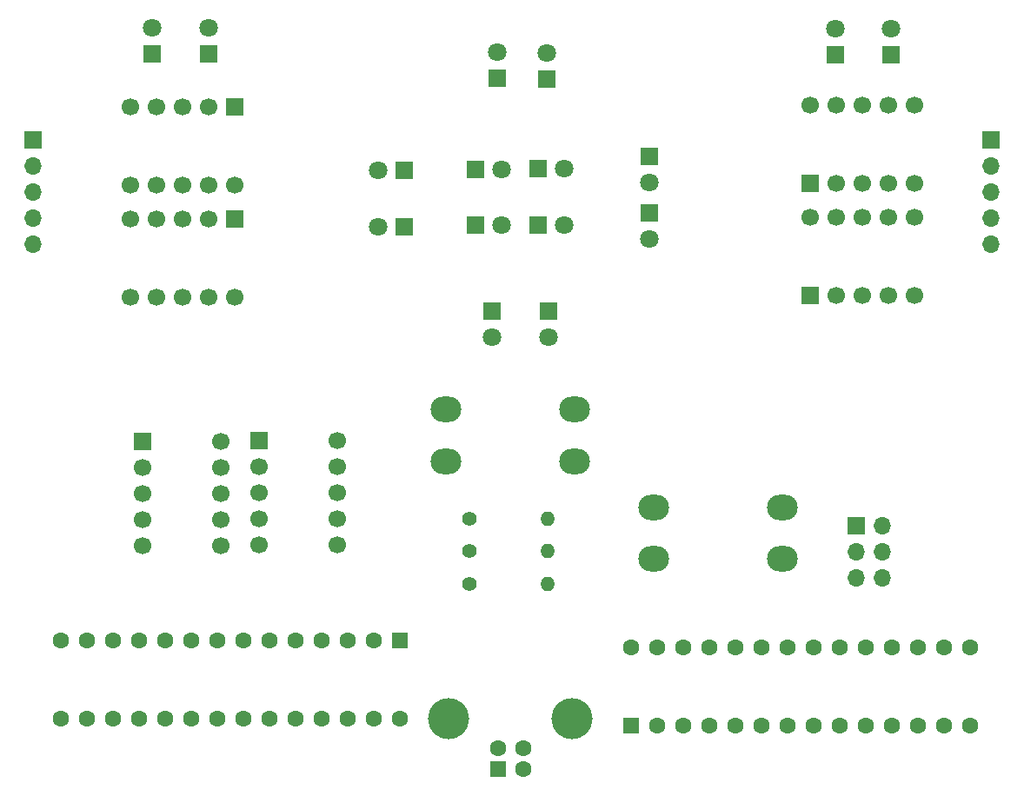
<source format=gbr>
%TF.GenerationSoftware,KiCad,Pcbnew,9.0.0*%
%TF.CreationDate,2025-02-26T11:53:00+01:00*%
%TF.ProjectId,game,67616d65-2e6b-4696-9361-645f70636258,rev?*%
%TF.SameCoordinates,Original*%
%TF.FileFunction,Soldermask,Top*%
%TF.FilePolarity,Negative*%
%FSLAX46Y46*%
G04 Gerber Fmt 4.6, Leading zero omitted, Abs format (unit mm)*
G04 Created by KiCad (PCBNEW 9.0.0) date 2025-02-26 11:53:00*
%MOMM*%
%LPD*%
G01*
G04 APERTURE LIST*
G04 Aperture macros list*
%AMRoundRect*
0 Rectangle with rounded corners*
0 $1 Rounding radius*
0 $2 $3 $4 $5 $6 $7 $8 $9 X,Y pos of 4 corners*
0 Add a 4 corners polygon primitive as box body*
4,1,4,$2,$3,$4,$5,$6,$7,$8,$9,$2,$3,0*
0 Add four circle primitives for the rounded corners*
1,1,$1+$1,$2,$3*
1,1,$1+$1,$4,$5*
1,1,$1+$1,$6,$7*
1,1,$1+$1,$8,$9*
0 Add four rect primitives between the rounded corners*
20,1,$1+$1,$2,$3,$4,$5,0*
20,1,$1+$1,$4,$5,$6,$7,0*
20,1,$1+$1,$6,$7,$8,$9,0*
20,1,$1+$1,$8,$9,$2,$3,0*%
G04 Aperture macros list end*
%ADD10C,4.000000*%
%ADD11C,1.600000*%
%ADD12R,1.600000X1.600000*%
%ADD13R,1.700000X1.700000*%
%ADD14C,1.700000*%
%ADD15RoundRect,0.250000X-0.550000X0.550000X-0.550000X-0.550000X0.550000X-0.550000X0.550000X0.550000X0*%
%ADD16RoundRect,0.250000X0.550000X-0.550000X0.550000X0.550000X-0.550000X0.550000X-0.550000X-0.550000X0*%
%ADD17O,3.000000X2.500000*%
%ADD18C,1.400000*%
%ADD19O,1.400000X1.400000*%
%ADD20O,1.700000X1.700000*%
%ADD21R,1.800000X1.800000*%
%ADD22C,1.800000*%
G04 APERTURE END LIST*
D10*
%TO.C,J5*%
X155000000Y-150827500D03*
X143000000Y-150827500D03*
D11*
X147750000Y-153687500D03*
X150250000Y-153687500D03*
X150250000Y-155687500D03*
D12*
X147750000Y-155687500D03*
%TD*%
D13*
%TO.C,U10*%
X124517500Y-123747500D03*
D14*
X124517500Y-126287500D03*
X124517500Y-128827500D03*
X124517500Y-131367500D03*
X124517500Y-133907500D03*
X132137500Y-133907500D03*
X132137500Y-131367500D03*
X132137500Y-128827500D03*
X132137500Y-126287500D03*
X132137500Y-123747500D03*
%TD*%
D13*
%TO.C,U9*%
X113180000Y-123760000D03*
D14*
X113180000Y-126300000D03*
X113180000Y-128840000D03*
X113180000Y-131380000D03*
X113180000Y-133920000D03*
X120800000Y-133920000D03*
X120800000Y-131380000D03*
X120800000Y-128840000D03*
X120800000Y-126300000D03*
X120800000Y-123760000D03*
%TD*%
D13*
%TO.C,U8*%
X122152500Y-102117500D03*
D14*
X119612500Y-102117500D03*
X117072500Y-102117500D03*
X114532500Y-102117500D03*
X111992500Y-102117500D03*
X111992500Y-109737500D03*
X114532500Y-109737500D03*
X117072500Y-109737500D03*
X119612500Y-109737500D03*
X122152500Y-109737500D03*
%TD*%
D13*
%TO.C,U7*%
X122152500Y-91217500D03*
D14*
X119612500Y-91217500D03*
X117072500Y-91217500D03*
X114532500Y-91217500D03*
X111992500Y-91217500D03*
X111992500Y-98837500D03*
X114532500Y-98837500D03*
X117072500Y-98837500D03*
X119612500Y-98837500D03*
X122152500Y-98837500D03*
%TD*%
D13*
%TO.C,U6*%
X178147500Y-98682500D03*
D14*
X180687500Y-98682500D03*
X183227500Y-98682500D03*
X185767500Y-98682500D03*
X188307500Y-98682500D03*
X188307500Y-91062500D03*
X185767500Y-91062500D03*
X183227500Y-91062500D03*
X180687500Y-91062500D03*
X178147500Y-91062500D03*
%TD*%
D13*
%TO.C,U5*%
X178147500Y-109582500D03*
D14*
X180687500Y-109582500D03*
X183227500Y-109582500D03*
X185767500Y-109582500D03*
X188307500Y-109582500D03*
X188307500Y-101962500D03*
X185767500Y-101962500D03*
X183227500Y-101962500D03*
X180687500Y-101962500D03*
X178147500Y-101962500D03*
%TD*%
D15*
%TO.C,U2*%
X138260000Y-143195000D03*
D11*
X135720000Y-143195000D03*
X133180000Y-143195000D03*
X130640000Y-143195000D03*
X128100000Y-143195000D03*
X125560000Y-143195000D03*
X123020000Y-143195000D03*
X120480000Y-143195000D03*
X117940000Y-143195000D03*
X115400000Y-143195000D03*
X112860000Y-143195000D03*
X110320000Y-143195000D03*
X107780000Y-143195000D03*
X105240000Y-143195000D03*
X105240000Y-150815000D03*
X107780000Y-150815000D03*
X110320000Y-150815000D03*
X112860000Y-150815000D03*
X115400000Y-150815000D03*
X117940000Y-150815000D03*
X120480000Y-150815000D03*
X123020000Y-150815000D03*
X125560000Y-150815000D03*
X128100000Y-150815000D03*
X130640000Y-150815000D03*
X133180000Y-150815000D03*
X135720000Y-150815000D03*
X138260000Y-150815000D03*
%TD*%
D16*
%TO.C,U1*%
X160780000Y-151500000D03*
D11*
X163320000Y-151500000D03*
X165860000Y-151500000D03*
X168400000Y-151500000D03*
X170940000Y-151500000D03*
X173480000Y-151500000D03*
X176020000Y-151500000D03*
X178560000Y-151500000D03*
X181100000Y-151500000D03*
X183640000Y-151500000D03*
X186180000Y-151500000D03*
X188720000Y-151500000D03*
X191260000Y-151500000D03*
X193800000Y-151500000D03*
X193800000Y-143880000D03*
X191260000Y-143880000D03*
X188720000Y-143880000D03*
X186180000Y-143880000D03*
X183640000Y-143880000D03*
X181100000Y-143880000D03*
X178560000Y-143880000D03*
X176020000Y-143880000D03*
X173480000Y-143880000D03*
X170940000Y-143880000D03*
X168400000Y-143880000D03*
X165860000Y-143880000D03*
X163320000Y-143880000D03*
X160780000Y-143880000D03*
%TD*%
D17*
%TO.C,SW4*%
X162950000Y-130200000D03*
X175450000Y-130200000D03*
X162950000Y-135200000D03*
X175450000Y-135200000D03*
%TD*%
%TO.C,SW3*%
X142750000Y-120700000D03*
X155250000Y-120700000D03*
X142750000Y-125700000D03*
X155250000Y-125700000D03*
%TD*%
D18*
%TO.C,R3*%
X144980000Y-137650000D03*
D19*
X152600000Y-137650000D03*
%TD*%
D18*
%TO.C,R2*%
X144980000Y-134500000D03*
D19*
X152600000Y-134500000D03*
%TD*%
D18*
%TO.C,R1*%
X144980000Y-131350000D03*
D19*
X152600000Y-131350000D03*
%TD*%
D13*
%TO.C,J6*%
X182650000Y-131975000D03*
D20*
X185190000Y-131975000D03*
X182650000Y-134515000D03*
X185190000Y-134515000D03*
X182650000Y-137055000D03*
X185190000Y-137055000D03*
%TD*%
D13*
%TO.C,J4*%
X102500000Y-94420000D03*
D20*
X102500000Y-96960000D03*
X102500000Y-99500000D03*
X102500000Y-102040000D03*
X102500000Y-104580000D03*
%TD*%
D13*
%TO.C,J3*%
X195800000Y-94440000D03*
D20*
X195800000Y-96980000D03*
X195800000Y-99520000D03*
X195800000Y-102060000D03*
X195800000Y-104600000D03*
%TD*%
D21*
%TO.C,D16*%
X119570000Y-86070000D03*
D22*
X119570000Y-83530000D03*
%TD*%
D21*
%TO.C,D15*%
X114100000Y-86070000D03*
D22*
X114100000Y-83530000D03*
%TD*%
D21*
%TO.C,D14*%
X186100000Y-86100000D03*
D22*
X186100000Y-83560000D03*
%TD*%
D21*
%TO.C,D13*%
X180630000Y-86100000D03*
D22*
X180630000Y-83560000D03*
%TD*%
D21*
%TO.C,D12*%
X138640000Y-97400000D03*
D22*
X136100000Y-97400000D03*
%TD*%
D21*
%TO.C,D11*%
X138640000Y-102870000D03*
D22*
X136100000Y-102870000D03*
%TD*%
D21*
%TO.C,D10*%
X147200000Y-111060000D03*
D22*
X147200000Y-113600000D03*
%TD*%
D21*
%TO.C,D9*%
X152670000Y-111060000D03*
D22*
X152670000Y-113600000D03*
%TD*%
D21*
%TO.C,D8*%
X162500000Y-101500000D03*
D22*
X162500000Y-104040000D03*
%TD*%
D21*
%TO.C,D7*%
X162500000Y-96000000D03*
D22*
X162500000Y-98540000D03*
%TD*%
D21*
%TO.C,D6*%
X152500000Y-88470000D03*
D22*
X152500000Y-85930000D03*
%TD*%
D21*
%TO.C,D5*%
X147700000Y-88400000D03*
D22*
X147700000Y-85860000D03*
%TD*%
D21*
%TO.C,D4*%
X151660000Y-102670000D03*
D22*
X154200000Y-102670000D03*
%TD*%
D21*
%TO.C,D3*%
X151660000Y-97200000D03*
D22*
X154200000Y-97200000D03*
%TD*%
D21*
%TO.C,D2*%
X145560000Y-102730000D03*
D22*
X148100000Y-102730000D03*
%TD*%
D21*
%TO.C,D1*%
X145560000Y-97260000D03*
D22*
X148100000Y-97260000D03*
%TD*%
M02*

</source>
